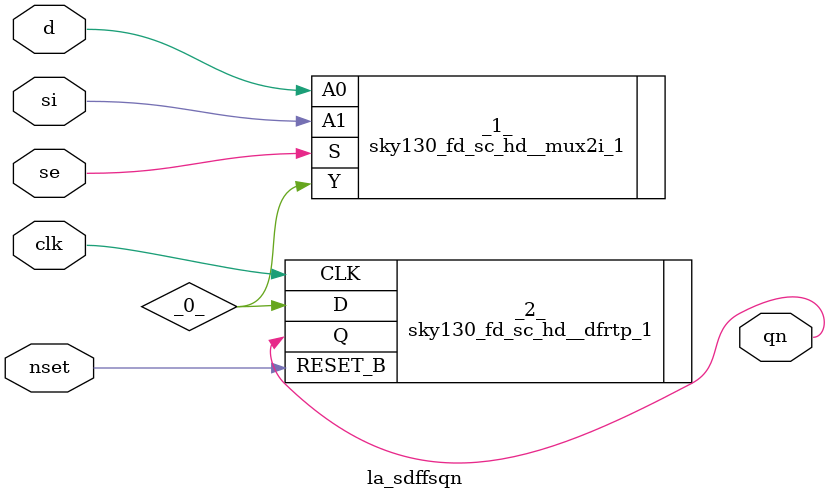
<source format=v>

/* Generated by Yosys 0.37 (git sha1 a5c7f69ed, clang 14.0.0-1ubuntu1.1 -fPIC -Os) */

module la_sdffsqn(d, si, se, clk, nset, qn);
  wire _0_;
  input clk;
  wire clk;
  input d;
  wire d;
  input nset;
  wire nset;
  output qn;
  wire qn;
  input se;
  wire se;
  input si;
  wire si;
  sky130_fd_sc_hd__mux2i_1 _1_ (
    .A0(d),
    .A1(si),
    .S(se),
    .Y(_0_)
  );
  sky130_fd_sc_hd__dfrtp_1 _2_ (
    .CLK(clk),
    .D(_0_),
    .Q(qn),
    .RESET_B(nset)
  );
endmodule

</source>
